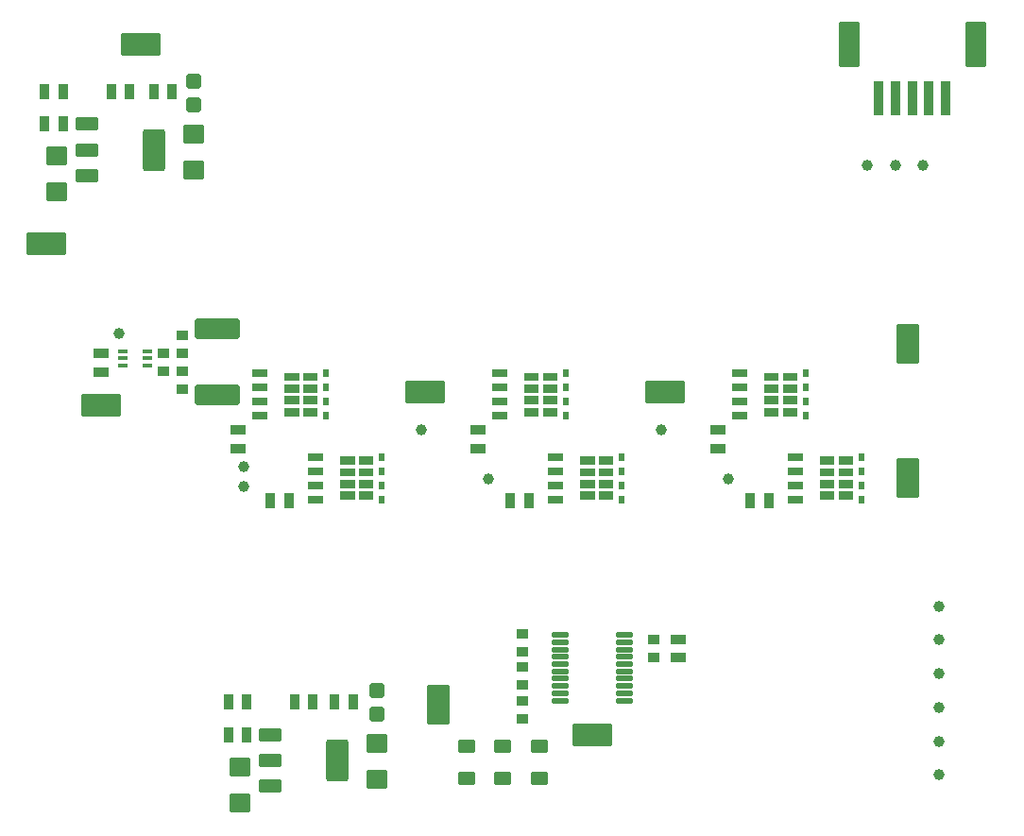
<source format=gtp>
G04*
G04 #@! TF.GenerationSoftware,Altium Limited,Altium Designer,23.3.1 (30)*
G04*
G04 Layer_Color=8421504*
%FSLAX25Y25*%
%MOIN*%
G70*
G04*
G04 #@! TF.SameCoordinates,6A428117-56C8-45C2-912A-06D29EFC6305*
G04*
G04*
G04 #@! TF.FilePolarity,Positive*
G04*
G01*
G75*
G04:AMPARAMS|DCode=18|XSize=47.24mil|YSize=59.06mil|CornerRadius=3.54mil|HoleSize=0mil|Usage=FLASHONLY|Rotation=270.000|XOffset=0mil|YOffset=0mil|HoleType=Round|Shape=RoundedRectangle|*
%AMROUNDEDRECTD18*
21,1,0.04724,0.05197,0,0,270.0*
21,1,0.04016,0.05906,0,0,270.0*
1,1,0.00709,-0.02598,-0.02008*
1,1,0.00709,-0.02598,0.02008*
1,1,0.00709,0.02598,0.02008*
1,1,0.00709,0.02598,-0.02008*
%
%ADD18ROUNDEDRECTD18*%
G04:AMPARAMS|DCode=19|XSize=43.31mil|YSize=35.43mil|CornerRadius=2.66mil|HoleSize=0mil|Usage=FLASHONLY|Rotation=180.000|XOffset=0mil|YOffset=0mil|HoleType=Round|Shape=RoundedRectangle|*
%AMROUNDEDRECTD19*
21,1,0.04331,0.03012,0,0,180.0*
21,1,0.03799,0.03543,0,0,180.0*
1,1,0.00532,-0.01900,0.01506*
1,1,0.00532,0.01900,0.01506*
1,1,0.00532,0.01900,-0.01506*
1,1,0.00532,-0.01900,-0.01506*
%
%ADD19ROUNDEDRECTD19*%
G04:AMPARAMS|DCode=20|XSize=43.31mil|YSize=35.43mil|CornerRadius=3.54mil|HoleSize=0mil|Usage=FLASHONLY|Rotation=0.000|XOffset=0mil|YOffset=0mil|HoleType=Round|Shape=RoundedRectangle|*
%AMROUNDEDRECTD20*
21,1,0.04331,0.02835,0,0,0.0*
21,1,0.03622,0.03543,0,0,0.0*
1,1,0.00709,0.01811,-0.01417*
1,1,0.00709,-0.01811,-0.01417*
1,1,0.00709,-0.01811,0.01417*
1,1,0.00709,0.01811,0.01417*
%
%ADD20ROUNDEDRECTD20*%
G04:AMPARAMS|DCode=21|XSize=70.87mil|YSize=157.48mil|CornerRadius=7.09mil|HoleSize=0mil|Usage=FLASHONLY|Rotation=270.000|XOffset=0mil|YOffset=0mil|HoleType=Round|Shape=RoundedRectangle|*
%AMROUNDEDRECTD21*
21,1,0.07087,0.14331,0,0,270.0*
21,1,0.05669,0.15748,0,0,270.0*
1,1,0.01417,-0.07165,-0.02835*
1,1,0.01417,-0.07165,0.02835*
1,1,0.01417,0.07165,0.02835*
1,1,0.01417,0.07165,-0.02835*
%
%ADD21ROUNDEDRECTD21*%
G04:AMPARAMS|DCode=22|XSize=141.73mil|YSize=78.74mil|CornerRadius=5.91mil|HoleSize=0mil|Usage=FLASHONLY|Rotation=180.000|XOffset=0mil|YOffset=0mil|HoleType=Round|Shape=RoundedRectangle|*
%AMROUNDEDRECTD22*
21,1,0.14173,0.06693,0,0,180.0*
21,1,0.12992,0.07874,0,0,180.0*
1,1,0.01181,-0.06496,0.03347*
1,1,0.01181,0.06496,0.03347*
1,1,0.01181,0.06496,-0.03347*
1,1,0.01181,-0.06496,-0.03347*
%
%ADD22ROUNDEDRECTD22*%
%ADD23C,0.03937*%
G04:AMPARAMS|DCode=24|XSize=47.24mil|YSize=78.74mil|CornerRadius=5.91mil|HoleSize=0mil|Usage=FLASHONLY|Rotation=90.000|XOffset=0mil|YOffset=0mil|HoleType=Round|Shape=RoundedRectangle|*
%AMROUNDEDRECTD24*
21,1,0.04724,0.06693,0,0,90.0*
21,1,0.03543,0.07874,0,0,90.0*
1,1,0.01181,0.03347,0.01772*
1,1,0.01181,0.03347,-0.01772*
1,1,0.01181,-0.03347,-0.01772*
1,1,0.01181,-0.03347,0.01772*
%
%ADD24ROUNDEDRECTD24*%
G04:AMPARAMS|DCode=25|XSize=149.61mil|YSize=78.74mil|CornerRadius=9.84mil|HoleSize=0mil|Usage=FLASHONLY|Rotation=90.000|XOffset=0mil|YOffset=0mil|HoleType=Round|Shape=RoundedRectangle|*
%AMROUNDEDRECTD25*
21,1,0.14961,0.05906,0,0,90.0*
21,1,0.12992,0.07874,0,0,90.0*
1,1,0.01968,0.02953,0.06496*
1,1,0.01968,0.02953,-0.06496*
1,1,0.01968,-0.02953,-0.06496*
1,1,0.01968,-0.02953,0.06496*
%
%ADD25ROUNDEDRECTD25*%
G04:AMPARAMS|DCode=26|XSize=33.47mil|YSize=13.78mil|CornerRadius=3.45mil|HoleSize=0mil|Usage=FLASHONLY|Rotation=0.000|XOffset=0mil|YOffset=0mil|HoleType=Round|Shape=RoundedRectangle|*
%AMROUNDEDRECTD26*
21,1,0.03347,0.00689,0,0,0.0*
21,1,0.02657,0.01378,0,0,0.0*
1,1,0.00689,0.01329,-0.00345*
1,1,0.00689,-0.01329,-0.00345*
1,1,0.00689,-0.01329,0.00345*
1,1,0.00689,0.01329,0.00345*
%
%ADD26ROUNDEDRECTD26*%
G04:AMPARAMS|DCode=27|XSize=27.95mil|YSize=23.23mil|CornerRadius=2.9mil|HoleSize=0mil|Usage=FLASHONLY|Rotation=90.000|XOffset=0mil|YOffset=0mil|HoleType=Round|Shape=RoundedRectangle|*
%AMROUNDEDRECTD27*
21,1,0.02795,0.01742,0,0,90.0*
21,1,0.02215,0.02323,0,0,90.0*
1,1,0.00581,0.00871,0.01107*
1,1,0.00581,0.00871,-0.01107*
1,1,0.00581,-0.00871,-0.01107*
1,1,0.00581,-0.00871,0.01107*
%
%ADD27ROUNDEDRECTD27*%
G04:AMPARAMS|DCode=28|XSize=27.95mil|YSize=54.02mil|CornerRadius=3.49mil|HoleSize=0mil|Usage=FLASHONLY|Rotation=270.000|XOffset=0mil|YOffset=0mil|HoleType=Round|Shape=RoundedRectangle|*
%AMROUNDEDRECTD28*
21,1,0.02795,0.04703,0,0,270.0*
21,1,0.02097,0.05402,0,0,270.0*
1,1,0.00699,-0.02351,-0.01048*
1,1,0.00699,-0.02351,0.01048*
1,1,0.00699,0.02351,0.01048*
1,1,0.00699,0.02351,-0.01048*
%
%ADD28ROUNDEDRECTD28*%
G04:AMPARAMS|DCode=29|XSize=141.73mil|YSize=78.74mil|CornerRadius=5.91mil|HoleSize=0mil|Usage=FLASHONLY|Rotation=90.000|XOffset=0mil|YOffset=0mil|HoleType=Round|Shape=RoundedRectangle|*
%AMROUNDEDRECTD29*
21,1,0.14173,0.06693,0,0,90.0*
21,1,0.12992,0.07874,0,0,90.0*
1,1,0.01181,0.03347,0.06496*
1,1,0.01181,0.03347,-0.06496*
1,1,0.01181,-0.03347,-0.06496*
1,1,0.01181,-0.03347,0.06496*
%
%ADD29ROUNDEDRECTD29*%
G04:AMPARAMS|DCode=30|XSize=55.12mil|YSize=35.43mil|CornerRadius=2.66mil|HoleSize=0mil|Usage=FLASHONLY|Rotation=180.000|XOffset=0mil|YOffset=0mil|HoleType=Round|Shape=RoundedRectangle|*
%AMROUNDEDRECTD30*
21,1,0.05512,0.03012,0,0,180.0*
21,1,0.04980,0.03543,0,0,180.0*
1,1,0.00532,-0.02490,0.01506*
1,1,0.00532,0.02490,0.01506*
1,1,0.00532,0.02490,-0.01506*
1,1,0.00532,-0.02490,-0.01506*
%
%ADD30ROUNDEDRECTD30*%
G04:AMPARAMS|DCode=31|XSize=55.12mil|YSize=35.43mil|CornerRadius=2.66mil|HoleSize=0mil|Usage=FLASHONLY|Rotation=270.000|XOffset=0mil|YOffset=0mil|HoleType=Round|Shape=RoundedRectangle|*
%AMROUNDEDRECTD31*
21,1,0.05512,0.03012,0,0,270.0*
21,1,0.04980,0.03543,0,0,270.0*
1,1,0.00532,-0.01506,-0.02490*
1,1,0.00532,-0.01506,0.02490*
1,1,0.00532,0.01506,0.02490*
1,1,0.00532,0.01506,-0.02490*
%
%ADD31ROUNDEDRECTD31*%
G04:AMPARAMS|DCode=32|XSize=51.18mil|YSize=51.18mil|CornerRadius=5.12mil|HoleSize=0mil|Usage=FLASHONLY|Rotation=270.000|XOffset=0mil|YOffset=0mil|HoleType=Round|Shape=RoundedRectangle|*
%AMROUNDEDRECTD32*
21,1,0.05118,0.04095,0,0,270.0*
21,1,0.04095,0.05118,0,0,270.0*
1,1,0.01024,-0.02047,-0.02047*
1,1,0.01024,-0.02047,0.02047*
1,1,0.01024,0.02047,0.02047*
1,1,0.01024,0.02047,-0.02047*
%
%ADD32ROUNDEDRECTD32*%
G04:AMPARAMS|DCode=33|XSize=74.8mil|YSize=157.48mil|CornerRadius=5.61mil|HoleSize=0mil|Usage=FLASHONLY|Rotation=0.000|XOffset=0mil|YOffset=0mil|HoleType=Round|Shape=RoundedRectangle|*
%AMROUNDEDRECTD33*
21,1,0.07480,0.14626,0,0,0.0*
21,1,0.06358,0.15748,0,0,0.0*
1,1,0.01122,0.03179,-0.07313*
1,1,0.01122,-0.03179,-0.07313*
1,1,0.01122,-0.03179,0.07313*
1,1,0.01122,0.03179,0.07313*
%
%ADD33ROUNDEDRECTD33*%
G04:AMPARAMS|DCode=34|XSize=35.43mil|YSize=118.11mil|CornerRadius=2.66mil|HoleSize=0mil|Usage=FLASHONLY|Rotation=0.000|XOffset=0mil|YOffset=0mil|HoleType=Round|Shape=RoundedRectangle|*
%AMROUNDEDRECTD34*
21,1,0.03543,0.11280,0,0,0.0*
21,1,0.03012,0.11811,0,0,0.0*
1,1,0.00532,0.01506,-0.05640*
1,1,0.00532,-0.01506,-0.05640*
1,1,0.00532,-0.01506,0.05640*
1,1,0.00532,0.01506,0.05640*
%
%ADD34ROUNDEDRECTD34*%
G04:AMPARAMS|DCode=35|XSize=74.8mil|YSize=68.9mil|CornerRadius=6.89mil|HoleSize=0mil|Usage=FLASHONLY|Rotation=0.000|XOffset=0mil|YOffset=0mil|HoleType=Round|Shape=RoundedRectangle|*
%AMROUNDEDRECTD35*
21,1,0.07480,0.05512,0,0,0.0*
21,1,0.06102,0.06890,0,0,0.0*
1,1,0.01378,0.03051,-0.02756*
1,1,0.01378,-0.03051,-0.02756*
1,1,0.01378,-0.03051,0.02756*
1,1,0.01378,0.03051,0.02756*
%
%ADD35ROUNDEDRECTD35*%
G04:AMPARAMS|DCode=36|XSize=59.06mil|YSize=17.72mil|CornerRadius=2.22mil|HoleSize=0mil|Usage=FLASHONLY|Rotation=180.000|XOffset=0mil|YOffset=0mil|HoleType=Round|Shape=RoundedRectangle|*
%AMROUNDEDRECTD36*
21,1,0.05906,0.01329,0,0,180.0*
21,1,0.05463,0.01772,0,0,180.0*
1,1,0.00443,-0.02731,0.00664*
1,1,0.00443,0.02731,0.00664*
1,1,0.00443,0.02731,-0.00664*
1,1,0.00443,-0.02731,-0.00664*
%
%ADD36ROUNDEDRECTD36*%
G36*
X115858Y134087D02*
X120953D01*
Y137024D01*
X115858D01*
Y134087D01*
D02*
G37*
G36*
Y138205D02*
X120953D01*
Y141142D01*
X115858D01*
Y138205D01*
D02*
G37*
G36*
Y145260D02*
X120953D01*
Y142323D01*
X115858D01*
Y145260D01*
D02*
G37*
G36*
X96173Y163614D02*
X101268D01*
Y166551D01*
X96173D01*
Y163614D01*
D02*
G37*
G36*
X107740D02*
X102646D01*
Y166551D01*
X107740D01*
Y163614D01*
D02*
G37*
G36*
X115858Y149378D02*
X120953D01*
Y146441D01*
X115858D01*
Y149378D01*
D02*
G37*
G36*
X96173Y167732D02*
X101268D01*
Y170669D01*
X96173D01*
Y167732D01*
D02*
G37*
G36*
Y174787D02*
X101268D01*
Y171850D01*
X96173D01*
Y174787D01*
D02*
G37*
G36*
Y178905D02*
X101268D01*
Y175969D01*
X96173D01*
Y178905D01*
D02*
G37*
G36*
X107740Y167732D02*
X102646D01*
Y170669D01*
X107740D01*
Y167732D01*
D02*
G37*
G36*
Y174787D02*
X102646D01*
Y171850D01*
X107740D01*
Y174787D01*
D02*
G37*
G36*
Y178905D02*
X102646D01*
Y175969D01*
X107740D01*
Y178905D01*
D02*
G37*
G36*
X192386Y175969D02*
X187291D01*
Y178905D01*
X192386D01*
Y175969D01*
D02*
G37*
G36*
X185914D02*
X180819D01*
Y178905D01*
X185914D01*
Y175969D01*
D02*
G37*
G36*
X192386Y171850D02*
X187291D01*
Y174787D01*
X192386D01*
Y171850D01*
D02*
G37*
G36*
X185914D02*
X180819D01*
Y174787D01*
X185914D01*
Y171850D01*
D02*
G37*
G36*
X192386Y167732D02*
X187291D01*
Y170669D01*
X192386D01*
Y167732D01*
D02*
G37*
G36*
X185914D02*
X180819D01*
Y170669D01*
X185914D01*
Y167732D01*
D02*
G37*
G36*
X192386Y163614D02*
X187291D01*
Y166551D01*
X192386D01*
Y163614D01*
D02*
G37*
G36*
X185914D02*
X180819D01*
Y166551D01*
X185914D01*
Y163614D01*
D02*
G37*
G36*
X127425Y146441D02*
X122331D01*
Y149378D01*
X127425D01*
Y146441D01*
D02*
G37*
G36*
Y142323D02*
X122331D01*
Y145260D01*
X127425D01*
Y142323D01*
D02*
G37*
G36*
Y138205D02*
X122331D01*
Y141142D01*
X127425D01*
Y138205D01*
D02*
G37*
G36*
Y134087D02*
X122331D01*
Y137024D01*
X127425D01*
Y134087D01*
D02*
G37*
G36*
X270559Y175969D02*
X265465D01*
Y178905D01*
X270559D01*
Y175969D01*
D02*
G37*
G36*
Y171850D02*
X265465D01*
Y174787D01*
X270559D01*
Y171850D01*
D02*
G37*
G36*
Y167732D02*
X265465D01*
Y170669D01*
X270559D01*
Y167732D01*
D02*
G37*
G36*
Y163614D02*
X265465D01*
Y166551D01*
X270559D01*
Y163614D01*
D02*
G37*
G36*
X212071Y146441D02*
X206977D01*
Y149378D01*
X212071D01*
Y146441D01*
D02*
G37*
G36*
X205598D02*
X200504D01*
Y149378D01*
X205598D01*
Y146441D01*
D02*
G37*
G36*
X212071Y142323D02*
X206977D01*
Y145260D01*
X212071D01*
Y142323D01*
D02*
G37*
G36*
X205598D02*
X200504D01*
Y145260D01*
X205598D01*
Y142323D01*
D02*
G37*
G36*
X212071Y138205D02*
X206977D01*
Y141142D01*
X212071D01*
Y138205D01*
D02*
G37*
G36*
X205598D02*
X200504D01*
Y141142D01*
X205598D01*
Y138205D01*
D02*
G37*
G36*
X212071Y134087D02*
X206977D01*
Y137024D01*
X212071D01*
Y134087D01*
D02*
G37*
G36*
X205598D02*
X200504D01*
Y137024D01*
X205598D01*
Y134087D01*
D02*
G37*
G36*
X285150D02*
X290244D01*
Y137024D01*
X285150D01*
Y134087D01*
D02*
G37*
G36*
Y138205D02*
X290244D01*
Y141142D01*
X285150D01*
Y138205D01*
D02*
G37*
G36*
Y145260D02*
X290244D01*
Y142323D01*
X285150D01*
Y145260D01*
D02*
G37*
G36*
X296717Y134087D02*
X291622D01*
Y137024D01*
X296717D01*
Y134087D01*
D02*
G37*
G36*
Y138205D02*
X291622D01*
Y141142D01*
X296717D01*
Y138205D01*
D02*
G37*
G36*
Y145260D02*
X291622D01*
Y142323D01*
X296717D01*
Y145260D01*
D02*
G37*
G36*
X285150Y149378D02*
X290244D01*
Y146441D01*
X285150D01*
Y149378D01*
D02*
G37*
G36*
X277032Y163614D02*
X271937D01*
Y166551D01*
X277032D01*
Y163614D01*
D02*
G37*
G36*
X296717Y149378D02*
X291622D01*
Y146441D01*
X296717D01*
Y149378D01*
D02*
G37*
G36*
X277032Y167732D02*
X271937D01*
Y170669D01*
X277032D01*
Y167732D01*
D02*
G37*
G36*
Y174787D02*
X271937D01*
Y171850D01*
X277032D01*
Y174787D01*
D02*
G37*
G36*
Y178905D02*
X271937D01*
Y175969D01*
X277032D01*
Y178905D01*
D02*
G37*
D18*
X160433Y47244D02*
D03*
Y35827D02*
D03*
X173228Y47244D02*
D03*
Y35827D02*
D03*
X186024Y47244D02*
D03*
Y35827D02*
D03*
D19*
X60236Y192244D02*
D03*
Y185945D02*
D03*
Y173228D02*
D03*
Y179527D02*
D03*
D20*
X53543Y179587D02*
D03*
Y185886D02*
D03*
X226378Y78543D02*
D03*
Y84842D02*
D03*
X180118Y80512D02*
D03*
Y86811D02*
D03*
Y68701D02*
D03*
Y75000D02*
D03*
Y56890D02*
D03*
Y63189D02*
D03*
D21*
X72579Y194291D02*
D03*
Y171181D02*
D03*
D22*
X230315Y172244D02*
D03*
X145669D02*
D03*
X45276Y294882D02*
D03*
X204724Y51181D02*
D03*
X12205Y224410D02*
D03*
X31496Y167323D02*
D03*
D23*
X37795Y192913D02*
D03*
X168110Y141425D02*
D03*
X144488Y158760D02*
D03*
X229134D02*
D03*
X81693Y138779D02*
D03*
Y145669D02*
D03*
X321555Y251969D02*
D03*
X311713D02*
D03*
X301870D02*
D03*
X326969Y60630D02*
D03*
Y72835D02*
D03*
Y48819D02*
D03*
Y37008D02*
D03*
Y84646D02*
D03*
Y96457D02*
D03*
X252756Y141425D02*
D03*
D24*
X91248Y51073D02*
D03*
Y42018D02*
D03*
Y32963D02*
D03*
X26577Y266665D02*
D03*
Y257610D02*
D03*
Y248555D02*
D03*
D25*
X114673Y42018D02*
D03*
X50002Y257610D02*
D03*
D26*
X47638Y186614D02*
D03*
Y184055D02*
D03*
Y181496D02*
D03*
X38976D02*
D03*
Y184055D02*
D03*
Y186614D02*
D03*
D27*
X280161Y178760D02*
D03*
Y173760D02*
D03*
Y168760D02*
D03*
Y163760D02*
D03*
X299847Y149232D02*
D03*
Y144232D02*
D03*
Y139232D02*
D03*
Y134232D02*
D03*
X195516Y178760D02*
D03*
Y173760D02*
D03*
Y168760D02*
D03*
Y163760D02*
D03*
X215201Y149232D02*
D03*
Y144232D02*
D03*
Y139232D02*
D03*
Y134232D02*
D03*
X110870Y178760D02*
D03*
Y173760D02*
D03*
Y168760D02*
D03*
Y163760D02*
D03*
X130555Y149232D02*
D03*
Y144232D02*
D03*
Y139232D02*
D03*
Y134232D02*
D03*
D28*
X256811Y178760D02*
D03*
Y173760D02*
D03*
Y163760D02*
D03*
Y168760D02*
D03*
X276496Y149232D02*
D03*
Y144232D02*
D03*
Y134232D02*
D03*
Y139232D02*
D03*
X172165Y178760D02*
D03*
Y173760D02*
D03*
Y163760D02*
D03*
Y168760D02*
D03*
X191850Y149232D02*
D03*
Y144232D02*
D03*
Y134232D02*
D03*
Y139232D02*
D03*
X87520Y178760D02*
D03*
Y173760D02*
D03*
Y163760D02*
D03*
Y168760D02*
D03*
X107205Y149232D02*
D03*
Y144232D02*
D03*
Y134232D02*
D03*
Y139232D02*
D03*
D29*
X315945Y188976D02*
D03*
X150591Y61848D02*
D03*
X315945Y141732D02*
D03*
D30*
X249016Y158760D02*
D03*
Y152264D02*
D03*
X164370Y158760D02*
D03*
Y152264D02*
D03*
X79724Y158760D02*
D03*
Y152264D02*
D03*
X31496Y179232D02*
D03*
Y185728D02*
D03*
X235236Y84941D02*
D03*
Y78445D02*
D03*
D31*
X113888Y62687D02*
D03*
X120384D02*
D03*
X50002Y278280D02*
D03*
X56498D02*
D03*
X82785Y51073D02*
D03*
X76289D02*
D03*
X18014Y266665D02*
D03*
X11518D02*
D03*
X106209Y62687D02*
D03*
X99713D02*
D03*
X41538Y278280D02*
D03*
X35041D02*
D03*
X267028Y133858D02*
D03*
X260531D02*
D03*
X182382D02*
D03*
X175886D02*
D03*
X97736D02*
D03*
X91240D02*
D03*
X76289Y62687D02*
D03*
X82785D02*
D03*
X11518Y278280D02*
D03*
X18014D02*
D03*
D32*
X128750Y66888D02*
D03*
Y58620D02*
D03*
X63976Y281693D02*
D03*
Y273425D02*
D03*
D33*
X339961Y294841D02*
D03*
X295472D02*
D03*
D34*
X317618Y275865D02*
D03*
X329429D02*
D03*
X311713D02*
D03*
X305807D02*
D03*
X323524D02*
D03*
D35*
X128750Y35522D02*
D03*
Y48120D02*
D03*
X63976Y250590D02*
D03*
Y263189D02*
D03*
X80522Y27124D02*
D03*
Y39722D02*
D03*
X15748Y242717D02*
D03*
Y255315D02*
D03*
D36*
X216142Y76083D02*
D03*
Y78642D02*
D03*
Y70964D02*
D03*
Y73524D02*
D03*
Y86319D02*
D03*
Y81201D02*
D03*
Y83760D02*
D03*
Y65846D02*
D03*
Y68405D02*
D03*
Y63287D02*
D03*
X193307Y76083D02*
D03*
Y73524D02*
D03*
Y83760D02*
D03*
Y86319D02*
D03*
Y78642D02*
D03*
Y81201D02*
D03*
Y65846D02*
D03*
Y63287D02*
D03*
Y70964D02*
D03*
Y68405D02*
D03*
M02*

</source>
